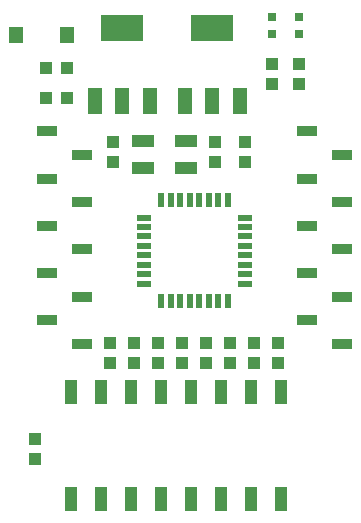
<source format=gtp>
G75*
G70*
%OFA0B0*%
%FSLAX24Y24*%
%IPPOS*%
%LPD*%
%AMOC8*
5,1,8,0,0,1.08239X$1,22.5*
%
%ADD10R,0.0220X0.0500*%
%ADD11R,0.0500X0.0220*%
%ADD12R,0.0430X0.0790*%
%ADD13R,0.0394X0.0433*%
%ADD14R,0.0433X0.0394*%
%ADD15R,0.0500X0.0579*%
%ADD16R,0.0315X0.0315*%
%ADD17R,0.0669X0.0335*%
%ADD18R,0.0480X0.0880*%
%ADD19R,0.1417X0.0866*%
%ADD20R,0.0748X0.0433*%
D10*
X008448Y008060D03*
X008763Y008060D03*
X009078Y008060D03*
X009393Y008060D03*
X009707Y008060D03*
X010022Y008060D03*
X010337Y008060D03*
X010652Y008060D03*
X010652Y011440D03*
X010337Y011440D03*
X010022Y011440D03*
X009707Y011440D03*
X009393Y011440D03*
X009078Y011440D03*
X008763Y011440D03*
X008448Y011440D03*
D11*
X007860Y010852D03*
X007860Y010537D03*
X007860Y010222D03*
X007860Y009907D03*
X007860Y009593D03*
X007860Y009278D03*
X007860Y008963D03*
X007860Y008648D03*
X011240Y008648D03*
X011240Y008963D03*
X011240Y009278D03*
X011240Y009593D03*
X011240Y009907D03*
X011240Y010222D03*
X011240Y010537D03*
X011240Y010852D03*
D12*
X011450Y005020D03*
X012450Y005020D03*
X010450Y005020D03*
X009450Y005020D03*
X008450Y005020D03*
X007450Y005020D03*
X006450Y005020D03*
X005450Y005020D03*
X005450Y001480D03*
X006450Y001480D03*
X007450Y001480D03*
X008450Y001480D03*
X009450Y001480D03*
X010450Y001480D03*
X011450Y001480D03*
X012450Y001480D03*
D13*
X004250Y002815D03*
X004250Y003485D03*
X006750Y006015D03*
X006750Y006685D03*
X007550Y006685D03*
X007550Y006015D03*
X008350Y006015D03*
X008350Y006685D03*
X009150Y006685D03*
X009150Y006015D03*
X009950Y006015D03*
X009950Y006685D03*
X010750Y006685D03*
X010750Y006015D03*
X011550Y006015D03*
X011550Y006685D03*
X012350Y006685D03*
X012350Y006015D03*
X011250Y012715D03*
X011250Y013385D03*
X010250Y013385D03*
X010250Y012715D03*
X012150Y015315D03*
X012150Y015985D03*
X013050Y015985D03*
X013050Y015315D03*
X006850Y013385D03*
X006850Y012715D03*
D14*
X005285Y014850D03*
X004615Y014850D03*
X004615Y015850D03*
X005285Y015850D03*
D15*
X005296Y016950D03*
X003604Y016950D03*
D16*
X012150Y016955D03*
X012150Y017545D03*
X013050Y017545D03*
X013050Y016955D03*
D17*
X013290Y013724D03*
X014471Y012937D03*
X013290Y012149D03*
X014471Y011362D03*
X013290Y010574D03*
X014471Y009787D03*
X013290Y009000D03*
X014471Y008212D03*
X013290Y007425D03*
X014471Y006637D03*
X005810Y006637D03*
X004629Y007425D03*
X005810Y008212D03*
X004629Y009000D03*
X005810Y009787D03*
X004629Y010574D03*
X005810Y011362D03*
X004629Y012149D03*
X005810Y012937D03*
X004629Y013724D03*
D18*
X006240Y014730D03*
X007150Y014730D03*
X008060Y014730D03*
X009240Y014730D03*
X010150Y014730D03*
X011060Y014730D03*
D19*
X010150Y017170D03*
X007150Y017170D03*
D20*
X007822Y013403D03*
X007822Y012497D03*
X009278Y012497D03*
X009278Y013403D03*
M02*

</source>
